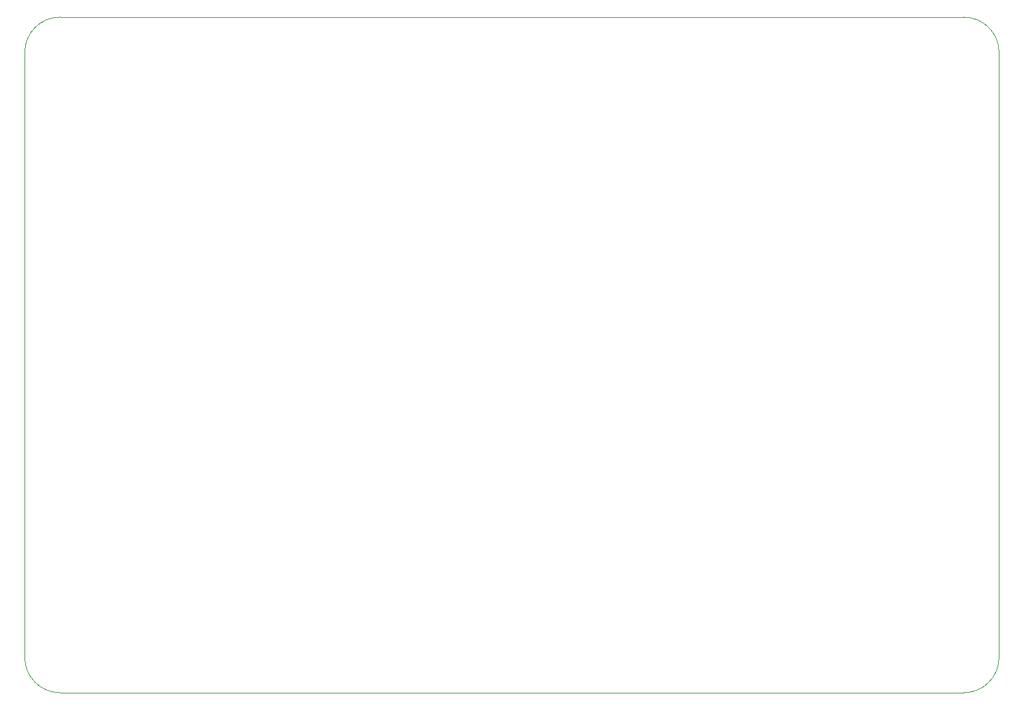
<source format=gbr>
%TF.GenerationSoftware,KiCad,Pcbnew,7.0.8*%
%TF.CreationDate,2023-11-09T04:02:46-05:00*%
%TF.ProjectId,RCTransmitterAecertRobotics,52435472-616e-4736-9d69-747465724165,rev?*%
%TF.SameCoordinates,Original*%
%TF.FileFunction,Profile,NP*%
%FSLAX46Y46*%
G04 Gerber Fmt 4.6, Leading zero omitted, Abs format (unit mm)*
G04 Created by KiCad (PCBNEW 7.0.8) date 2023-11-09 04:02:46*
%MOMM*%
%LPD*%
G01*
G04 APERTURE LIST*
%TA.AperFunction,Profile*%
%ADD10C,0.100000*%
%TD*%
G04 APERTURE END LIST*
D10*
X203200000Y-60380000D02*
G75*
G03*
X198700000Y-55880000I-4500000J0D01*
G01*
X203200000Y-60380000D02*
X203200000Y-137740000D01*
X78740000Y-137740000D02*
X78740000Y-60380000D01*
X198700000Y-142240000D02*
G75*
G03*
X203200000Y-137740000I0J4500000D01*
G01*
X78740000Y-137740000D02*
G75*
G03*
X83240000Y-142240000I4500000J0D01*
G01*
X83240000Y-55880000D02*
G75*
G03*
X78740000Y-60380000I0J-4500000D01*
G01*
X198700000Y-142240000D02*
X83240000Y-142240000D01*
X83240000Y-55880000D02*
X198700000Y-55880000D01*
M02*

</source>
